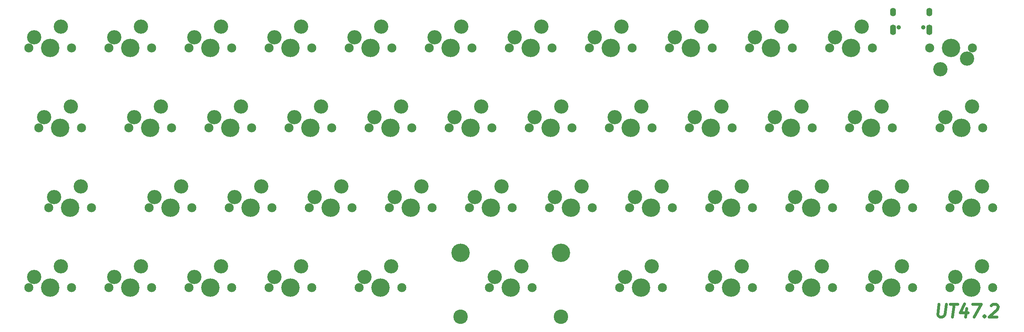
<source format=gts>
%TF.GenerationSoftware,KiCad,Pcbnew,(5.0.0)*%
%TF.CreationDate,2018-11-28T21:13:17-08:00*%
%TF.ProjectId,UT47.2,555434372E322E6B696361645F706362,rev?*%
%TF.SameCoordinates,Original*%
%TF.FileFunction,Soldermask,Top*%
%TF.FilePolarity,Negative*%
%FSLAX46Y46*%
G04 Gerber Fmt 4.6, Leading zero omitted, Abs format (unit mm)*
G04 Created by KiCad (PCBNEW (5.0.0)) date 11/28/18 21:13:17*
%MOMM*%
%LPD*%
G01*
G04 APERTURE LIST*
%ADD10C,0.700000*%
%ADD11C,2.150000*%
%ADD12C,3.400000*%
%ADD13C,4.387800*%
%ADD14C,1.050000*%
%ADD15O,1.400000X2.500000*%
%ADD16O,1.400000X2.000000*%
%ADD17C,3.448000*%
G04 APERTURE END LIST*
D10*
X252706232Y-102433642D02*
X252402660Y-104862214D01*
X252509803Y-105147928D01*
X252634803Y-105290785D01*
X252902660Y-105433642D01*
X253474089Y-105433642D01*
X253777660Y-105290785D01*
X253938375Y-105147928D01*
X254116946Y-104862214D01*
X254420517Y-102433642D01*
X255420517Y-102433642D02*
X257134803Y-102433642D01*
X255902660Y-105433642D02*
X256277660Y-102433642D01*
X259295517Y-103433642D02*
X259045517Y-105433642D01*
X258724089Y-102290785D02*
X257741946Y-104433642D01*
X259599089Y-104433642D01*
X260706232Y-102433642D02*
X262706232Y-102433642D01*
X261045517Y-105433642D01*
X263509803Y-105147928D02*
X263634803Y-105290785D01*
X263474089Y-105433642D01*
X263349089Y-105290785D01*
X263509803Y-105147928D01*
X263474089Y-105433642D01*
X265099089Y-102719357D02*
X265259803Y-102576500D01*
X265563375Y-102433642D01*
X266277660Y-102433642D01*
X266545517Y-102576500D01*
X266670517Y-102719357D01*
X266777660Y-103005071D01*
X266741946Y-103290785D01*
X266545517Y-103719357D01*
X264616946Y-105433642D01*
X266474089Y-105433642D01*
D11*
X46355000Y-41275000D03*
X36195000Y-41275000D03*
D12*
X37465000Y-38735000D03*
D13*
X41275000Y-41275000D03*
D12*
X43815000Y-36195000D03*
D11*
X65405000Y-41275000D03*
X55245000Y-41275000D03*
D12*
X56515000Y-38735000D03*
D13*
X60325000Y-41275000D03*
D12*
X62865000Y-36195000D03*
D11*
X84455000Y-41275000D03*
X74295000Y-41275000D03*
D12*
X75565000Y-38735000D03*
D13*
X79375000Y-41275000D03*
D12*
X81915000Y-36195000D03*
D11*
X103505000Y-41275000D03*
X93345000Y-41275000D03*
D12*
X94615000Y-38735000D03*
D13*
X98425000Y-41275000D03*
D12*
X100965000Y-36195000D03*
D11*
X122555000Y-41275000D03*
X112395000Y-41275000D03*
D12*
X113665000Y-38735000D03*
D13*
X117475000Y-41275000D03*
D12*
X120015000Y-36195000D03*
D11*
X141605000Y-41275000D03*
X131445000Y-41275000D03*
D12*
X132715000Y-38735000D03*
D13*
X136525000Y-41275000D03*
D12*
X139065000Y-36195000D03*
D11*
X160655000Y-41275000D03*
X150495000Y-41275000D03*
D12*
X151765000Y-38735000D03*
D13*
X155575000Y-41275000D03*
D12*
X158115000Y-36195000D03*
D11*
X179705000Y-41275000D03*
X169545000Y-41275000D03*
D12*
X170815000Y-38735000D03*
D13*
X174625000Y-41275000D03*
D12*
X177165000Y-36195000D03*
D11*
X198755000Y-41275000D03*
X188595000Y-41275000D03*
D12*
X189865000Y-38735000D03*
D13*
X193675000Y-41275000D03*
D12*
X196215000Y-36195000D03*
D11*
X217805000Y-41275000D03*
X207645000Y-41275000D03*
D12*
X208915000Y-38735000D03*
D13*
X212725000Y-41275000D03*
D12*
X215265000Y-36195000D03*
D11*
X236855000Y-41275000D03*
X226695000Y-41275000D03*
D12*
X227965000Y-38735000D03*
D13*
X231775000Y-41275000D03*
D12*
X234315000Y-36195000D03*
D11*
X70167500Y-60325000D03*
X60007500Y-60325000D03*
D12*
X61277500Y-57785000D03*
D13*
X65087500Y-60325000D03*
D12*
X67627500Y-55245000D03*
D11*
X89217500Y-60325000D03*
X79057500Y-60325000D03*
D12*
X80327500Y-57785000D03*
D13*
X84137500Y-60325000D03*
D12*
X86677500Y-55245000D03*
D11*
X108267500Y-60325000D03*
X98107500Y-60325000D03*
D12*
X99377500Y-57785000D03*
D13*
X103187500Y-60325000D03*
D12*
X105727500Y-55245000D03*
D11*
X127317500Y-60325000D03*
X117157500Y-60325000D03*
D12*
X118427500Y-57785000D03*
D13*
X122237500Y-60325000D03*
D12*
X124777500Y-55245000D03*
D11*
X146367500Y-60325000D03*
X136207500Y-60325000D03*
D12*
X137477500Y-57785000D03*
D13*
X141287500Y-60325000D03*
D12*
X143827500Y-55245000D03*
D11*
X165417500Y-60325000D03*
X155257500Y-60325000D03*
D12*
X156527500Y-57785000D03*
D13*
X160337500Y-60325000D03*
D12*
X162877500Y-55245000D03*
D11*
X184467500Y-60325000D03*
X174307500Y-60325000D03*
D12*
X175577500Y-57785000D03*
D13*
X179387500Y-60325000D03*
D12*
X181927500Y-55245000D03*
D11*
X203517500Y-60325000D03*
X193357500Y-60325000D03*
D12*
X194627500Y-57785000D03*
D13*
X198437500Y-60325000D03*
D12*
X200977500Y-55245000D03*
D11*
X222567500Y-60325000D03*
X212407500Y-60325000D03*
D12*
X213677500Y-57785000D03*
D13*
X217487500Y-60325000D03*
D12*
X220027500Y-55245000D03*
D11*
X241617500Y-60325000D03*
X231457500Y-60325000D03*
D12*
X232727500Y-57785000D03*
D13*
X236537500Y-60325000D03*
D12*
X239077500Y-55245000D03*
D11*
X74930000Y-79375000D03*
X64770000Y-79375000D03*
D12*
X66040000Y-76835000D03*
D13*
X69850000Y-79375000D03*
D12*
X72390000Y-74295000D03*
D11*
X93980000Y-79375000D03*
X83820000Y-79375000D03*
D12*
X85090000Y-76835000D03*
D13*
X88900000Y-79375000D03*
D12*
X91440000Y-74295000D03*
D11*
X113030000Y-79375000D03*
X102870000Y-79375000D03*
D12*
X104140000Y-76835000D03*
D13*
X107950000Y-79375000D03*
D12*
X110490000Y-74295000D03*
D11*
X132080000Y-79375000D03*
X121920000Y-79375000D03*
D12*
X123190000Y-76835000D03*
D13*
X127000000Y-79375000D03*
D12*
X129540000Y-74295000D03*
D11*
X151130000Y-79375000D03*
X140970000Y-79375000D03*
D12*
X142240000Y-76835000D03*
D13*
X146050000Y-79375000D03*
D12*
X148590000Y-74295000D03*
D11*
X170180000Y-79375000D03*
X160020000Y-79375000D03*
D12*
X161290000Y-76835000D03*
D13*
X165100000Y-79375000D03*
D12*
X167640000Y-74295000D03*
D11*
X189230000Y-79375000D03*
X179070000Y-79375000D03*
D12*
X180340000Y-76835000D03*
D13*
X184150000Y-79375000D03*
D12*
X186690000Y-74295000D03*
D11*
X208280000Y-79375000D03*
X198120000Y-79375000D03*
D12*
X199390000Y-76835000D03*
D13*
X203200000Y-79375000D03*
D12*
X205740000Y-74295000D03*
D11*
X227330000Y-79375000D03*
X217170000Y-79375000D03*
D12*
X218440000Y-76835000D03*
D13*
X222250000Y-79375000D03*
D12*
X224790000Y-74295000D03*
D11*
X246380000Y-79375000D03*
X236220000Y-79375000D03*
D12*
X237490000Y-76835000D03*
D13*
X241300000Y-79375000D03*
D12*
X243840000Y-74295000D03*
D11*
X265430000Y-79375000D03*
X255270000Y-79375000D03*
D12*
X256540000Y-76835000D03*
D13*
X260350000Y-79375000D03*
D12*
X262890000Y-74295000D03*
D11*
X46355000Y-98425000D03*
X36195000Y-98425000D03*
D12*
X37465000Y-95885000D03*
D13*
X41275000Y-98425000D03*
D12*
X43815000Y-93345000D03*
D11*
X65405000Y-98425000D03*
X55245000Y-98425000D03*
D12*
X56515000Y-95885000D03*
D13*
X60325000Y-98425000D03*
D12*
X62865000Y-93345000D03*
D11*
X84455000Y-98425000D03*
X74295000Y-98425000D03*
D12*
X75565000Y-95885000D03*
D13*
X79375000Y-98425000D03*
D12*
X81915000Y-93345000D03*
D11*
X103505000Y-98425000D03*
X93345000Y-98425000D03*
D12*
X94615000Y-95885000D03*
D13*
X98425000Y-98425000D03*
D12*
X100965000Y-93345000D03*
D11*
X208280000Y-98425000D03*
X198120000Y-98425000D03*
D12*
X199390000Y-95885000D03*
D13*
X203200000Y-98425000D03*
D12*
X205740000Y-93345000D03*
D11*
X227330000Y-98425000D03*
X217170000Y-98425000D03*
D12*
X218440000Y-95885000D03*
D13*
X222250000Y-98425000D03*
D12*
X224790000Y-93345000D03*
D11*
X246380000Y-98425000D03*
X236220000Y-98425000D03*
D12*
X237490000Y-95885000D03*
D13*
X241300000Y-98425000D03*
D12*
X243840000Y-93345000D03*
D11*
X265430000Y-98425000D03*
X255270000Y-98425000D03*
D12*
X256540000Y-95885000D03*
D13*
X260350000Y-98425000D03*
D12*
X262890000Y-93345000D03*
D14*
X248920750Y-36412500D03*
X243140750Y-36412500D03*
D15*
X241710750Y-36942500D03*
X250350750Y-36942500D03*
D16*
X241710750Y-32762500D03*
X250350750Y-32762500D03*
D11*
X250507500Y-41275000D03*
X260667500Y-41275000D03*
D12*
X259397500Y-43815000D03*
D13*
X255587500Y-41275000D03*
D12*
X253047500Y-46355000D03*
D11*
X48736250Y-60325000D03*
X38576250Y-60325000D03*
D12*
X39846250Y-57785000D03*
D13*
X43656250Y-60325000D03*
D12*
X46196250Y-55245000D03*
D11*
X263048750Y-60325000D03*
X252888750Y-60325000D03*
D12*
X254158750Y-57785000D03*
D13*
X257968750Y-60325000D03*
D12*
X260508750Y-55245000D03*
D11*
X51117500Y-79375000D03*
X40957500Y-79375000D03*
D12*
X42227500Y-76835000D03*
D13*
X46037500Y-79375000D03*
D12*
X48577500Y-74295000D03*
D11*
X124936250Y-98425000D03*
X114776250Y-98425000D03*
D12*
X116046250Y-95885000D03*
D13*
X119856250Y-98425000D03*
D12*
X122396250Y-93345000D03*
D11*
X186848750Y-98425000D03*
X176688750Y-98425000D03*
D12*
X177958750Y-95885000D03*
D13*
X181768750Y-98425000D03*
D12*
X184308750Y-93345000D03*
D13*
X162750500Y-90170000D03*
X138874500Y-90170000D03*
D17*
X162750500Y-105410000D03*
X138874500Y-105410000D03*
D11*
X155892500Y-98425000D03*
X145732500Y-98425000D03*
D12*
X147002500Y-95885000D03*
D13*
X150812500Y-98425000D03*
D12*
X153352500Y-93345000D03*
M02*

</source>
